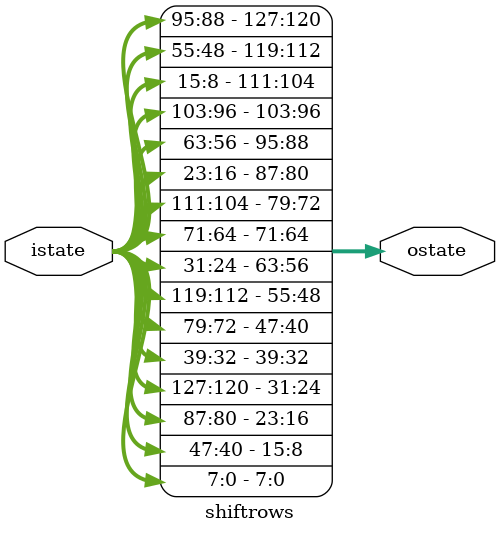
<source format=v>
module shiftrows (
	input [127:0] istate,

	output [127:0] ostate
);

genvar i;

// state[0]  = state[0]
// state[4]  = state[4]
// state[8]  = state[8]
// state[12] = state[12]
generate
	for(i = 0; i < 16; i = i+4) begin : shift0
		assign ostate[8*i+7 : 8*i] = istate[8*i+7 : 8*i];
	end
endgenerate


// state[1]  = state[5]
// state[5]  = state[9]
// state[9]  = state[13]
// state[13] = state[1]
generate
	for(i = 1; i < 13; i = i+4) begin : shift1
		assign ostate[8*i+7 : 8*i] = istate[8*(i+4)+7 : 8*(i+4)];
	end
endgenerate
			
		assign ostate[8*13+7 : 8*13] = istate[8*1+7 : 8*1];


// state[2]  = state[10]
// state[6]  = state[14]
// state[10] = state[2]
// state[14] = state[6]
generate
	for(i = 2; i < 7; i = i+4) begin : shift2
		assign ostate[8*i+7 : 8*i] = istate[8*(i+8)+7 : 8*(i+8)];
	end
endgenerate

generate
	for(i = 10; i < 16; i = i+4) begin : shift3
		assign ostate[8*i+7 : 8*i] = istate[8*(i-8)+7 : 8*(i-8)];
	end
endgenerate


// state[7]  = state[3]
// state[11] = state[7]
// state[15] = state[11]
// state[3]  = state[15]
generate
	for(i = 7; i < 16; i = i+4) begin : shift4
		assign ostate[8*i+7 : 8*i] = istate[8*(i-4)+7 : 8*(i-4)];
	end
endgenerate

		assign ostate[8*3+7 : 8*3] = istate[8*15+7 : 8*15];


endmodule

</source>
